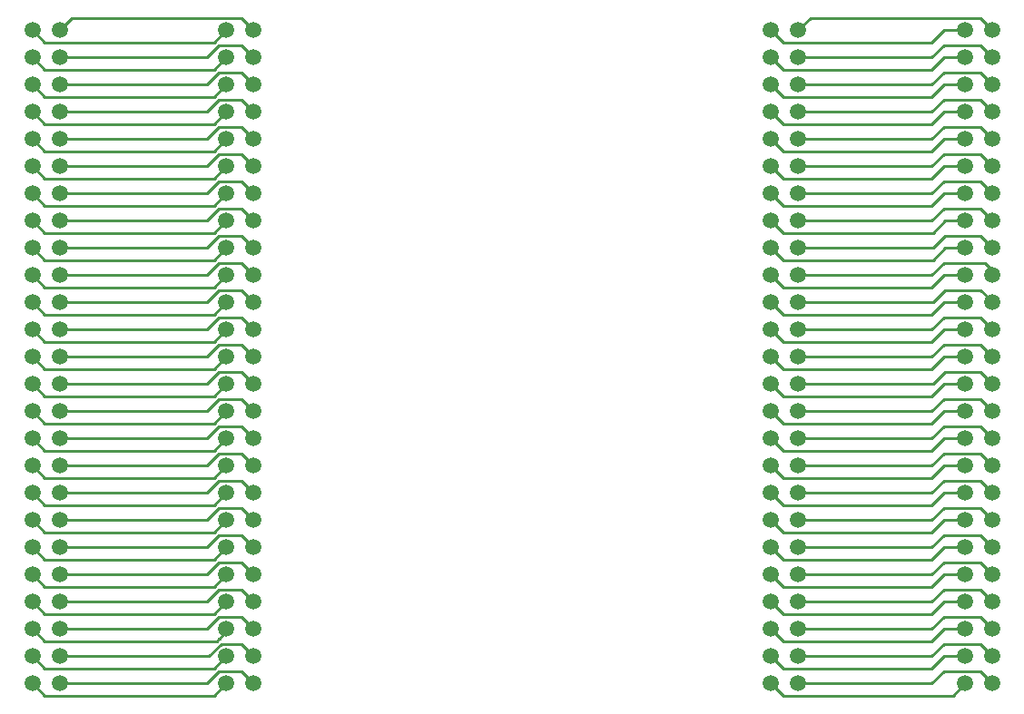
<source format=gbl>
G04 Layer_Physical_Order=2*
G04 Layer_Color=16711680*
%FSLAX25Y25*%
%MOIN*%
G70*
G01*
G75*
%ADD10C,0.01000*%
%ADD11C,0.05906*%
D10*
X169504Y126500D02*
X165051Y122047D01*
X179504Y136500D02*
X175051Y140953D01*
X179504Y196500D02*
X175051Y200953D01*
X179504Y246500D02*
X175051Y250953D01*
X179504Y276500D02*
X175051Y280953D01*
X179504Y326500D02*
X175051Y330953D01*
X169504Y166500D02*
X165051Y162047D01*
X169504Y216500D02*
X165051Y212047D01*
X179504Y236500D02*
X175051Y240953D01*
X169504Y266500D02*
X165051Y262047D01*
X179504Y266500D02*
X175051Y270953D01*
X169504Y316500D02*
X165051Y312047D01*
X179504Y316500D02*
X175051Y320953D01*
X169504Y366500D02*
X165051Y362047D01*
X179504Y366500D02*
X175051Y370953D01*
X179504Y126500D02*
X175051Y130953D01*
X179504Y186500D02*
X175051Y190953D01*
X169504Y256500D02*
X165051Y252047D01*
X169504Y306500D02*
X165051Y302047D01*
X169504Y356500D02*
X165051Y352047D01*
X169504Y156500D02*
X165051Y152047D01*
X179504Y176500D02*
X175051Y180953D01*
X169504Y206500D02*
X165051Y202047D01*
X179504Y226500D02*
X175051Y230953D01*
X179504Y306500D02*
X175051Y310953D01*
X179504Y356500D02*
X175051Y360953D01*
X169504Y196500D02*
X165051Y192047D01*
X169504Y246500D02*
X165051Y242047D01*
X169504Y296500D02*
X165051Y292047D01*
X169504Y346500D02*
X165051Y342047D01*
X179504Y346500D02*
X175051Y350953D01*
X179504Y166500D02*
X175051Y170953D01*
X179504Y216500D02*
X175051Y220953D01*
X179504Y296500D02*
X175051Y300953D01*
X169504Y336500D02*
X165051Y332047D01*
X169504Y136500D02*
X165051Y132047D01*
X179504Y146500D02*
X175051Y150953D01*
X169504Y186500D02*
X165051Y182047D01*
X179504Y206500D02*
X175051Y210953D01*
X169504Y236500D02*
X165051Y232047D01*
X179504Y256500D02*
X175051Y260953D01*
X169504Y286500D02*
X165051Y282047D01*
X179504Y286500D02*
X175051Y290953D01*
X179504Y336500D02*
X175051Y340953D01*
X179504Y156500D02*
X175051Y160953D01*
X169504Y176500D02*
X165051Y172047D01*
X169504Y226500D02*
X165051Y222047D01*
X169504Y276500D02*
X165051Y272047D01*
X169504Y326500D02*
X165051Y322047D01*
X450693Y366500D02*
X446240Y370953D01*
X440693Y366500D02*
X432905D01*
X428453Y362047D01*
X450693Y356500D02*
X446240Y360953D01*
X432953D01*
X428500Y356500D01*
X379504D01*
X440693D02*
X432905D01*
X428453Y352047D01*
X450693Y346500D02*
X446240Y350953D01*
X432953D01*
X428500Y346500D01*
X379504D01*
X440693D02*
X432905D01*
X428453Y342047D01*
X450693Y336500D02*
X446240Y340953D01*
X432953D01*
X428500Y336500D01*
X379504D01*
X440693D02*
X432905D01*
X428453Y332047D01*
X450693Y326500D02*
X446240Y330953D01*
X432953D01*
X428500Y326500D01*
X379504D01*
X440693D02*
X432905D01*
X428453Y322047D01*
X450693Y316500D02*
X446240Y320953D01*
X432953D01*
X428500Y316500D01*
X379504D01*
X440693D02*
X432905D01*
X428453Y312047D01*
X450693Y306500D02*
X446240Y310953D01*
X432953D01*
X428500Y306500D01*
X379504D01*
X440693D02*
X432905D01*
X428453Y302047D01*
X450693Y296500D02*
X446240Y300953D01*
X432953D01*
X428500Y296500D01*
X379504D01*
X440693D02*
X433405D01*
X428953Y292047D01*
X450693Y286500D02*
X446240Y290953D01*
X433453D01*
X429000Y286500D01*
X379504D01*
X440693D02*
X433405D01*
X428953Y282047D01*
X450693Y276500D02*
Y278307D01*
X448047Y280953D01*
X432953D01*
X428500Y276500D01*
X379504D01*
X440693D02*
X432905D01*
X428453Y272047D01*
X450693Y266500D02*
Y266807D01*
X446547Y270953D01*
X433453D01*
X429000Y266500D01*
X379504D01*
X440693D02*
X432905D01*
X428453Y262047D01*
X450693Y256500D02*
X446240Y260953D01*
X432953D01*
X428500Y256500D01*
X379504D01*
X440693D02*
X432905D01*
X428453Y252047D01*
X450693Y246500D02*
X446240Y250953D01*
X432953D01*
X428500Y246500D01*
X379504D01*
X440693D02*
X432905D01*
X428453Y242047D01*
X450693Y236500D02*
X446240Y240953D01*
X433453D01*
X429000Y236500D01*
X379504D01*
X440693D02*
X432905D01*
X428453Y232047D01*
X450693Y226500D02*
X446240Y230953D01*
X432953D01*
X428500Y226500D01*
X379504D01*
X440693D02*
X432905D01*
X428453Y222047D01*
X450693Y216500D02*
X446240Y220953D01*
X432953D01*
X428500Y216500D01*
X379504D01*
X440693D02*
X432905D01*
X428453Y212047D01*
X450693Y206500D02*
X446240Y210953D01*
X432953D01*
X428500Y206500D01*
X379504D01*
X440693D02*
X432905D01*
X428453Y202047D01*
X450693Y196500D02*
X446240Y200953D01*
X432953D01*
X428500Y196500D01*
X379504D01*
X440693D02*
X432905D01*
X428453Y192047D01*
X450693Y186500D02*
X446240Y190953D01*
X432953D01*
X428500Y186500D01*
X440693D02*
X432905D01*
X428453Y182047D01*
X450693Y176500D02*
X446240Y180953D01*
X432953D01*
X428500Y176500D01*
X379504D01*
X440693D02*
X432905D01*
X428453Y172047D01*
X450693Y166500D02*
X446240Y170953D01*
X432953D01*
X428500Y166500D01*
X379504D01*
X440693D02*
X432905D01*
X428453Y162047D01*
X450693Y156500D02*
X446240Y160953D01*
X432953D01*
X428500Y156500D01*
X379504D01*
X440693D02*
X432905D01*
X428453Y152047D01*
X432953Y130953D02*
X428500Y126500D01*
X446240Y130953D02*
X432953D01*
X428500Y126500D02*
X379504D01*
X450693Y146500D02*
X446240Y150953D01*
X432953D01*
X428500Y146500D01*
X379504D01*
X440693D02*
X432905D01*
X428453Y142047D01*
X450693Y136500D02*
X446240Y140953D01*
X432953D01*
X428500Y136500D01*
X379504D01*
X440693D02*
X433000D01*
X428547Y132047D01*
X450693Y126500D02*
X446240Y130953D01*
X440693Y126500D02*
X436240Y122047D01*
X112768Y370953D02*
X108315Y366500D01*
X175051Y370953D02*
X112768D01*
X102768Y362047D02*
X98315Y366500D01*
X165051Y362047D02*
X102768D01*
X162332Y356500D02*
X108315D01*
X102768Y352047D02*
X98315Y356500D01*
X165051Y352047D02*
X102768D01*
X162332Y346500D02*
X108315D01*
X102768Y342047D02*
X98315Y346500D01*
X165051Y342047D02*
X102768D01*
X162332Y336500D02*
X108315D01*
X102768Y332047D02*
X98315Y336500D01*
X165051Y332047D02*
X102768D01*
X162332Y326500D02*
X108315D01*
X102768Y322047D02*
X98315Y326500D01*
X165051Y322047D02*
X102768D01*
X162332Y316500D02*
X108315D01*
X102768Y312047D02*
X98315Y316500D01*
X165051Y312047D02*
X102768D01*
X162332Y306500D02*
X108315D01*
X102768Y302047D02*
X98315Y306500D01*
X165051Y302047D02*
X102768D01*
X162332Y296500D02*
X108315D01*
X102768Y292047D02*
X98315Y296500D01*
X165051Y292047D02*
X102768D01*
X162332Y286500D02*
X108315D01*
X102768Y282047D02*
X98315Y286500D01*
X165051Y282047D02*
X102768D01*
X162332Y276500D02*
X108315D01*
X102768Y272047D02*
X98315Y276500D01*
X165051Y272047D02*
X102768D01*
X162332Y266500D02*
X108315D01*
X102768Y262047D02*
X98315Y266500D01*
X165051Y262047D02*
X102768D01*
X162332Y256500D02*
X108315D01*
X102768Y252047D02*
X98315Y256500D01*
X165051Y252047D02*
X102768D01*
X162332Y246500D02*
X108315D01*
X102768Y242047D02*
X98315Y246500D01*
X165051Y242047D02*
X102768D01*
X162332Y236500D02*
X108315D01*
X102768Y232047D02*
X98315Y236500D01*
X165051Y232047D02*
X102768D01*
X162332Y226500D02*
X108315D01*
X102768Y222047D02*
X98315Y226500D01*
X165051Y222047D02*
X102768D01*
X162332Y216500D02*
X108315D01*
X102768Y212047D02*
X98315Y216500D01*
X165051Y212047D02*
X102768D01*
X162332Y206500D02*
X108315D01*
X102768Y202047D02*
X98315Y206500D01*
X165051Y202047D02*
X102768D01*
X162332Y196500D02*
X108315D01*
X102768Y192047D02*
X98315Y196500D01*
X165051Y192047D02*
X102768D01*
X162332Y186500D02*
X108315D01*
X102768Y182047D02*
X98315Y186500D01*
X165051Y182047D02*
X102768D01*
X162332Y176500D02*
X108315D01*
X102768Y172047D02*
X98315Y176500D01*
X165051Y172047D02*
X102768D01*
X162332Y166500D02*
X108315D01*
X102768Y162047D02*
X98315Y166500D01*
X165051Y162047D02*
X102768D01*
X162332Y156500D02*
X108315D01*
X102768Y152047D02*
X98315Y156500D01*
X165051Y152047D02*
X102768D01*
X162332Y146500D02*
X108315D01*
X102768Y142047D02*
X98315Y146500D01*
X165926Y142047D02*
X102768D01*
X163207Y136500D02*
X108315D01*
X102768Y132047D02*
X98315Y136500D01*
X165051Y132047D02*
X102768D01*
Y122047D02*
X98315Y126500D01*
X165051Y122047D02*
X102768D01*
X162332Y126500D02*
X108315D01*
X373957Y362047D02*
X369504Y366500D01*
X428453Y362047D02*
X373957D01*
X383957Y370953D02*
X379504Y366500D01*
X446240Y370953D02*
X383957D01*
X373957Y352047D02*
X369504Y356500D01*
X428453Y352047D02*
X373957D01*
Y342047D02*
X369504Y346500D01*
X428453Y342047D02*
X373957D01*
Y332047D02*
X369504Y336500D01*
X428453Y332047D02*
X373957D01*
Y322047D02*
X369504Y326500D01*
X428453Y322047D02*
X373957D01*
Y312047D02*
X369504Y316500D01*
X428453Y312047D02*
X373957D01*
Y302047D02*
X369504Y306500D01*
X428453Y302047D02*
X373957D01*
Y292047D02*
X369504Y296500D01*
X428953Y292047D02*
X373957D01*
Y282047D02*
X369504Y286500D01*
X428953Y282047D02*
X373957D01*
Y272047D02*
X369504Y276500D01*
X428453Y272047D02*
X373957D01*
Y262047D02*
X369504Y266500D01*
X428453Y262047D02*
X373957D01*
Y252047D02*
X369504Y256500D01*
X428453Y252047D02*
X373957D01*
Y242047D02*
X369504Y246500D01*
X428453Y242047D02*
X373957D01*
Y232047D02*
X369504Y236500D01*
X428453Y232047D02*
X373957D01*
Y222047D02*
X369504Y226500D01*
X428453Y222047D02*
X373957D01*
Y212047D02*
X369504Y216500D01*
X428453Y212047D02*
X373957D01*
Y202047D02*
X369504Y206500D01*
X428453Y202047D02*
X373957D01*
Y192047D02*
X369504Y196500D01*
X428453Y192047D02*
X373957D01*
Y182047D02*
X369504Y186500D01*
X428453Y182047D02*
X373957D01*
X428500Y186500D02*
X379504D01*
X373957Y172047D02*
X369504Y176500D01*
X428453Y172047D02*
X373957D01*
Y162047D02*
X369504Y166500D01*
X428453Y162047D02*
X373957D01*
Y152047D02*
X369504Y156500D01*
X428453Y152047D02*
X373957D01*
Y142047D02*
X369504Y146500D01*
X428453Y142047D02*
X373957D01*
Y132047D02*
X369504Y136500D01*
X373957Y122047D02*
X369504Y126500D01*
X436240Y122047D02*
X373957D01*
X428547Y132047D02*
X373957D01*
X166785Y360953D02*
X162332Y356500D01*
X175051Y360953D02*
X166785D01*
Y350953D02*
X162332Y346500D01*
X175051Y350953D02*
X166785D01*
Y340953D02*
X162332Y336500D01*
X175051Y340953D02*
X166785D01*
Y330953D02*
X162332Y326500D01*
X175051Y330953D02*
X166785D01*
Y320953D02*
X162332Y316500D01*
X175051Y320953D02*
X166785D01*
Y310953D02*
X162332Y306500D01*
X175051Y310953D02*
X166785D01*
Y300953D02*
X162332Y296500D01*
X175051Y300953D02*
X166785D01*
Y290953D02*
X162332Y286500D01*
X175051Y290953D02*
X166785D01*
Y280953D02*
X162332Y276500D01*
X175051Y280953D02*
X166785D01*
Y270953D02*
X162332Y266500D01*
X175051Y270953D02*
X166785D01*
Y260953D02*
X162332Y256500D01*
X175051Y260953D02*
X166785D01*
Y250953D02*
X162332Y246500D01*
X175051Y250953D02*
X166785D01*
Y240953D02*
X162332Y236500D01*
X175051Y240953D02*
X166785D01*
Y230953D02*
X162332Y226500D01*
X175051Y230953D02*
X166785D01*
Y220953D02*
X162332Y216500D01*
X175051Y220953D02*
X166785D01*
Y210953D02*
X162332Y206500D01*
X175051Y210953D02*
X166785D01*
Y200953D02*
X162332Y196500D01*
X175051Y200953D02*
X166785D01*
Y190953D02*
X162332Y186500D01*
X175051Y190953D02*
X166785D01*
Y180953D02*
X162332Y176500D01*
X175051Y180953D02*
X166785D01*
Y170953D02*
X162332Y166500D01*
X175051Y170953D02*
X166785D01*
Y160953D02*
X162332Y156500D01*
X175051Y160953D02*
X166785D01*
X169504Y145504D02*
Y146500D01*
X166785Y150953D02*
X162332Y146500D01*
X175051Y150953D02*
X166785D01*
X169504Y145504D02*
X166953Y142953D01*
X166831D01*
X165926Y142047D01*
X167659Y140953D02*
X163207Y136500D01*
X175051Y140953D02*
X167659D01*
X166785Y130953D02*
X162332Y126500D01*
X175051Y130953D02*
X166785D01*
D11*
X450693Y366500D02*
D03*
X440693D02*
D03*
X450693Y356500D02*
D03*
X440693D02*
D03*
X450693Y346500D02*
D03*
X440693D02*
D03*
X450693Y336500D02*
D03*
X440693D02*
D03*
X450693Y326500D02*
D03*
X440693D02*
D03*
X450693Y316500D02*
D03*
X440693D02*
D03*
X450693Y306500D02*
D03*
X440693D02*
D03*
X450693Y296500D02*
D03*
X440693D02*
D03*
X450693Y286500D02*
D03*
X440693D02*
D03*
X450693Y276500D02*
D03*
X440693D02*
D03*
X450693Y266500D02*
D03*
X440693D02*
D03*
X450693Y256500D02*
D03*
X440693D02*
D03*
X450693Y246500D02*
D03*
X440693D02*
D03*
X450693Y236500D02*
D03*
X440693D02*
D03*
X450693Y226500D02*
D03*
X440693D02*
D03*
X450693Y216500D02*
D03*
X440693D02*
D03*
X450693Y206500D02*
D03*
X440693D02*
D03*
X450693Y196500D02*
D03*
X440693D02*
D03*
X450693Y186500D02*
D03*
X440693D02*
D03*
X450693Y176500D02*
D03*
X440693D02*
D03*
X450693Y166500D02*
D03*
X440693D02*
D03*
X450693Y156500D02*
D03*
X440693D02*
D03*
X450693Y146500D02*
D03*
X440693D02*
D03*
X450693Y136500D02*
D03*
X440693D02*
D03*
X450693Y126500D02*
D03*
X440693D02*
D03*
X379504Y366500D02*
D03*
X369504D02*
D03*
X379504Y356500D02*
D03*
X369504D02*
D03*
X379504Y346500D02*
D03*
X369504D02*
D03*
X379504Y336500D02*
D03*
X369504D02*
D03*
X379504Y326500D02*
D03*
X369504D02*
D03*
X379504Y316500D02*
D03*
X369504D02*
D03*
X379504Y306500D02*
D03*
X369504D02*
D03*
X379504Y296500D02*
D03*
X369504D02*
D03*
X379504Y286500D02*
D03*
X369504D02*
D03*
X379504Y276500D02*
D03*
X369504D02*
D03*
X379504Y266500D02*
D03*
X369504D02*
D03*
X379504Y256500D02*
D03*
X369504D02*
D03*
X379504Y246500D02*
D03*
X369504D02*
D03*
X379504Y236500D02*
D03*
X369504D02*
D03*
X379504Y226500D02*
D03*
X369504D02*
D03*
X379504Y216500D02*
D03*
X369504D02*
D03*
X379504Y206500D02*
D03*
X369504D02*
D03*
X379504Y196500D02*
D03*
X369504D02*
D03*
X379504Y186500D02*
D03*
X369504D02*
D03*
X379504Y176500D02*
D03*
X369504D02*
D03*
X379504Y166500D02*
D03*
X369504D02*
D03*
X379504Y156500D02*
D03*
X369504D02*
D03*
X379504Y146500D02*
D03*
X369504D02*
D03*
X379504Y136500D02*
D03*
X369504D02*
D03*
X379504Y126500D02*
D03*
X369504D02*
D03*
X108315Y366500D02*
D03*
X98315D02*
D03*
X108315Y356500D02*
D03*
X98315D02*
D03*
X108315Y346500D02*
D03*
X98315D02*
D03*
X108315Y336500D02*
D03*
X98315D02*
D03*
X108315Y326500D02*
D03*
X98315D02*
D03*
X108315Y316500D02*
D03*
X98315D02*
D03*
X108315Y306500D02*
D03*
X98315D02*
D03*
X108315Y296500D02*
D03*
X98315D02*
D03*
X108315Y286500D02*
D03*
X98315D02*
D03*
X108315Y276500D02*
D03*
X98315D02*
D03*
X108315Y266500D02*
D03*
X98315D02*
D03*
X108315Y256500D02*
D03*
X98315D02*
D03*
X108315Y246500D02*
D03*
X98315D02*
D03*
X108315Y236500D02*
D03*
X98315D02*
D03*
X108315Y226500D02*
D03*
X98315D02*
D03*
X108315Y216500D02*
D03*
X98315D02*
D03*
X108315Y206500D02*
D03*
X98315D02*
D03*
X108315Y196500D02*
D03*
X98315D02*
D03*
X108315Y186500D02*
D03*
X98315D02*
D03*
X108315Y176500D02*
D03*
X98315D02*
D03*
X108315Y166500D02*
D03*
X98315D02*
D03*
X108315Y156500D02*
D03*
X98315D02*
D03*
X108315Y146500D02*
D03*
X98315D02*
D03*
X108315Y136500D02*
D03*
X98315D02*
D03*
X108315Y126500D02*
D03*
X98315D02*
D03*
X179504Y366500D02*
D03*
X169504D02*
D03*
X179504Y356500D02*
D03*
X169504D02*
D03*
X179504Y346500D02*
D03*
X169504D02*
D03*
X179504Y336500D02*
D03*
X169504D02*
D03*
X179504Y326500D02*
D03*
X169504D02*
D03*
X179504Y316500D02*
D03*
X169504D02*
D03*
X179504Y306500D02*
D03*
X169504D02*
D03*
X179504Y296500D02*
D03*
X169504D02*
D03*
X179504Y286500D02*
D03*
X169504D02*
D03*
X179504Y276500D02*
D03*
X169504D02*
D03*
X179504Y266500D02*
D03*
X169504D02*
D03*
X179504Y256500D02*
D03*
X169504D02*
D03*
X179504Y246500D02*
D03*
X169504D02*
D03*
X179504Y236500D02*
D03*
X169504D02*
D03*
X179504Y226500D02*
D03*
X169504D02*
D03*
X179504Y216500D02*
D03*
X169504D02*
D03*
X179504Y206500D02*
D03*
X169504D02*
D03*
X179504Y196500D02*
D03*
X169504D02*
D03*
X179504Y186500D02*
D03*
X169504D02*
D03*
X179504Y176500D02*
D03*
X169504D02*
D03*
X179504Y166500D02*
D03*
X169504D02*
D03*
X179504Y156500D02*
D03*
X169504D02*
D03*
X179504Y146500D02*
D03*
X169504D02*
D03*
X179504Y136500D02*
D03*
X169504D02*
D03*
X179504Y126500D02*
D03*
X169504D02*
D03*
M02*

</source>
